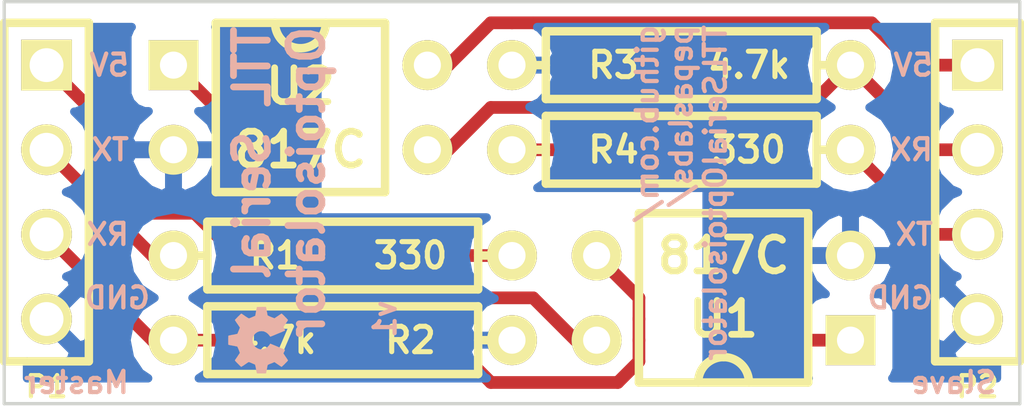
<source format=kicad_pcb>
(kicad_pcb (version 3) (host pcbnew "(2013-07-07 BZR 4022)-stable")

  (general
    (links 14)
    (no_connects 0)
    (area 129.3114 63.754 162.306001 76.327)
    (thickness 1.6)
    (drawings 17)
    (tracks 46)
    (zones 0)
    (modules 9)
    (nets 11)
  )

  (page A3)
  (layers
    (15 F.Cu signal)
    (0 B.Cu signal)
    (16 B.Adhes user)
    (17 F.Adhes user)
    (18 B.Paste user)
    (19 F.Paste user)
    (20 B.SilkS user)
    (21 F.SilkS user)
    (22 B.Mask user)
    (23 F.Mask user)
    (24 Dwgs.User user)
    (25 Cmts.User user)
    (26 Eco1.User user)
    (27 Eco2.User user)
    (28 Edge.Cuts user)
  )

  (setup
    (last_trace_width 0.254)
    (user_trace_width 0.381)
    (user_trace_width 0.508)
    (trace_clearance 0.254)
    (zone_clearance 0.508)
    (zone_45_only no)
    (trace_min 0.254)
    (segment_width 0.2)
    (edge_width 0.1)
    (via_size 0.889)
    (via_drill 0.635)
    (via_min_size 0.889)
    (via_min_drill 0.508)
    (uvia_size 0.508)
    (uvia_drill 0.127)
    (uvias_allowed no)
    (uvia_min_size 0.508)
    (uvia_min_drill 0.127)
    (pcb_text_width 0.3)
    (pcb_text_size 1.5 1.5)
    (mod_edge_width 0.15)
    (mod_text_size 1 1)
    (mod_text_width 0.15)
    (pad_size 1.5 1.5)
    (pad_drill 0.6)
    (pad_to_mask_clearance 0)
    (aux_axis_origin 0 0)
    (visible_elements 7FFFFFFF)
    (pcbplotparams
      (layerselection 284196865)
      (usegerberextensions true)
      (excludeedgelayer true)
      (linewidth 0.150000)
      (plotframeref false)
      (viasonmask false)
      (mode 1)
      (useauxorigin false)
      (hpglpennumber 1)
      (hpglpenspeed 20)
      (hpglpendiameter 15)
      (hpglpenoverlay 2)
      (psnegative false)
      (psa4output false)
      (plotreference true)
      (plotvalue true)
      (plotothertext true)
      (plotinvisibletext false)
      (padsonsilk false)
      (subtractmaskfromsilk false)
      (outputformat 1)
      (mirror false)
      (drillshape 0)
      (scaleselection 1)
      (outputdirectory gerbers/))
  )

  (net 0 "")
  (net 1 5Va)
  (net 2 5Vb)
  (net 3 GNDa)
  (net 4 GNDb)
  (net 5 N-0000010)
  (net 6 N-000003)
  (net 7 RXa)
  (net 8 RXb)
  (net 9 TXa)
  (net 10 TXb)

  (net_class Default "This is the default net class."
    (clearance 0.254)
    (trace_width 0.254)
    (via_dia 0.889)
    (via_drill 0.635)
    (uvia_dia 0.508)
    (uvia_drill 0.127)
    (add_net "")
    (add_net 5Va)
    (add_net 5Vb)
    (add_net GNDa)
    (add_net GNDb)
    (add_net N-0000010)
    (add_net N-000003)
    (add_net RXa)
    (add_net RXb)
    (add_net TXa)
    (add_net TXb)
  )

  (module R_AXIAL_0W25_059A_PL (layer F.Cu) (tedit 53A245D9) (tstamp 5529CF41)
    (at 136.525 71.755)
    (descr "Resistor Axial 1/4W 0.4\"")
    (tags R)
    (path /5529585F)
    (autoplace_cost180 10)
    (fp_text reference R1 (at 3.048 0) (layer F.SilkS)
      (effects (font (size 0.762 0.762) (thickness 0.1524)))
    )
    (fp_text value 330 (at 7.112 0) (layer F.SilkS)
      (effects (font (size 0.762 0.762) (thickness 0.1524)))
    )
    (fp_line (start 0 0) (end 1.016 0) (layer F.SilkS) (width 0.254))
    (fp_line (start 1.016 0) (end 1.016 -1.016) (layer F.SilkS) (width 0.254))
    (fp_line (start 1.016 -1.016) (end 9.144 -1.016) (layer F.SilkS) (width 0.254))
    (fp_line (start 9.144 -1.016) (end 9.144 1.016) (layer F.SilkS) (width 0.254))
    (fp_line (start 9.144 1.016) (end 1.016 1.016) (layer F.SilkS) (width 0.254))
    (fp_line (start 1.016 1.016) (end 1.016 0) (layer F.SilkS) (width 0.254))
    (fp_line (start 10.16 0) (end 9.144 0) (layer F.SilkS) (width 0.254))
    (pad 1 thru_hole oval (at 0 0) (size 1.4986 1.4986) (drill 0.8128)
      (layers *.Cu *.Mask F.SilkS)
      (net 9 TXa)
    )
    (pad 2 thru_hole oval (at 10.16 0) (size 1.4986 1.4986) (drill 0.8128)
      (layers *.Cu *.Mask F.SilkS)
      (net 5 N-0000010)
    )
    (model discret/resistor.wrl
      (at (xyz 0 0 0))
      (scale (xyz 0.4 0.4 0.4))
      (rotate (xyz 0 0 0))
    )
  )

  (module R_AXIAL_0W25_059A_PL (layer F.Cu) (tedit 53A245D9) (tstamp 552967E5)
    (at 146.685 68.58)
    (descr "Resistor Axial 1/4W 0.4\"")
    (tags R)
    (path /552958D6)
    (autoplace_cost180 10)
    (fp_text reference R4 (at 3.048 0) (layer F.SilkS)
      (effects (font (size 0.762 0.762) (thickness 0.1524)))
    )
    (fp_text value 330 (at 7.112 0) (layer F.SilkS)
      (effects (font (size 0.762 0.762) (thickness 0.1524)))
    )
    (fp_line (start 0 0) (end 1.016 0) (layer F.SilkS) (width 0.254))
    (fp_line (start 1.016 0) (end 1.016 -1.016) (layer F.SilkS) (width 0.254))
    (fp_line (start 1.016 -1.016) (end 9.144 -1.016) (layer F.SilkS) (width 0.254))
    (fp_line (start 9.144 -1.016) (end 9.144 1.016) (layer F.SilkS) (width 0.254))
    (fp_line (start 9.144 1.016) (end 1.016 1.016) (layer F.SilkS) (width 0.254))
    (fp_line (start 1.016 1.016) (end 1.016 0) (layer F.SilkS) (width 0.254))
    (fp_line (start 10.16 0) (end 9.144 0) (layer F.SilkS) (width 0.254))
    (pad 1 thru_hole oval (at 0 0) (size 1.4986 1.4986) (drill 0.8128)
      (layers *.Cu *.Mask F.SilkS)
      (net 6 N-000003)
    )
    (pad 2 thru_hole oval (at 10.16 0) (size 1.4986 1.4986) (drill 0.8128)
      (layers *.Cu *.Mask F.SilkS)
      (net 10 TXb)
    )
    (model discret/resistor.wrl
      (at (xyz 0 0 0))
      (scale (xyz 0.4 0.4 0.4))
      (rotate (xyz 0 0 0))
    )
  )

  (module R_AXIAL_0W25_059A_PL (layer F.Cu) (tedit 53A245D9) (tstamp 552967F2)
    (at 146.685 74.295 180)
    (descr "Resistor Axial 1/4W 0.4\"")
    (tags R)
    (path /55295938)
    (autoplace_cost180 10)
    (fp_text reference R2 (at 3.048 0 180) (layer F.SilkS)
      (effects (font (size 0.762 0.762) (thickness 0.1524)))
    )
    (fp_text value 4.7k (at 7.112 0 180) (layer F.SilkS)
      (effects (font (size 0.762 0.762) (thickness 0.1524)))
    )
    (fp_line (start 0 0) (end 1.016 0) (layer F.SilkS) (width 0.254))
    (fp_line (start 1.016 0) (end 1.016 -1.016) (layer F.SilkS) (width 0.254))
    (fp_line (start 1.016 -1.016) (end 9.144 -1.016) (layer F.SilkS) (width 0.254))
    (fp_line (start 9.144 -1.016) (end 9.144 1.016) (layer F.SilkS) (width 0.254))
    (fp_line (start 9.144 1.016) (end 1.016 1.016) (layer F.SilkS) (width 0.254))
    (fp_line (start 1.016 1.016) (end 1.016 0) (layer F.SilkS) (width 0.254))
    (fp_line (start 10.16 0) (end 9.144 0) (layer F.SilkS) (width 0.254))
    (pad 1 thru_hole oval (at 0 0 180) (size 1.4986 1.4986) (drill 0.8128)
      (layers *.Cu *.Mask F.SilkS)
      (net 3 GNDa)
    )
    (pad 2 thru_hole oval (at 10.16 0 180) (size 1.4986 1.4986) (drill 0.8128)
      (layers *.Cu *.Mask F.SilkS)
      (net 7 RXa)
    )
    (model discret/resistor.wrl
      (at (xyz 0 0 0))
      (scale (xyz 0.4 0.4 0.4))
      (rotate (xyz 0 0 0))
    )
  )

  (module R_AXIAL_0W25_059A_PL (layer F.Cu) (tedit 53A245D9) (tstamp 552967FF)
    (at 146.685 66.04)
    (descr "Resistor Axial 1/4W 0.4\"")
    (tags R)
    (path /552959CF)
    (autoplace_cost180 10)
    (fp_text reference R3 (at 3.048 0) (layer F.SilkS)
      (effects (font (size 0.762 0.762) (thickness 0.1524)))
    )
    (fp_text value 4.7k (at 7.112 0) (layer F.SilkS)
      (effects (font (size 0.762 0.762) (thickness 0.1524)))
    )
    (fp_line (start 0 0) (end 1.016 0) (layer F.SilkS) (width 0.254))
    (fp_line (start 1.016 0) (end 1.016 -1.016) (layer F.SilkS) (width 0.254))
    (fp_line (start 1.016 -1.016) (end 9.144 -1.016) (layer F.SilkS) (width 0.254))
    (fp_line (start 9.144 -1.016) (end 9.144 1.016) (layer F.SilkS) (width 0.254))
    (fp_line (start 9.144 1.016) (end 1.016 1.016) (layer F.SilkS) (width 0.254))
    (fp_line (start 1.016 1.016) (end 1.016 0) (layer F.SilkS) (width 0.254))
    (fp_line (start 10.16 0) (end 9.144 0) (layer F.SilkS) (width 0.254))
    (pad 1 thru_hole oval (at 0 0) (size 1.4986 1.4986) (drill 0.8128)
      (layers *.Cu *.Mask F.SilkS)
      (net 4 GNDb)
    )
    (pad 2 thru_hole oval (at 10.16 0) (size 1.4986 1.4986) (drill 0.8128)
      (layers *.Cu *.Mask F.SilkS)
      (net 8 RXb)
    )
    (model discret/resistor.wrl
      (at (xyz 0 0 0))
      (scale (xyz 0.4 0.4 0.4))
      (rotate (xyz 0 0 0))
    )
  )

  (module PIN_ARRAY_4x1 (layer F.Cu) (tedit 55297B0D) (tstamp 5529680B)
    (at 132.715 69.85 270)
    (descr "Double rangee de contacts 2 x 5 pins")
    (tags CONN)
    (path /552956C5)
    (fp_text reference P1 (at 5.842 0 360) (layer F.SilkS)
      (effects (font (size 0.635 0.635) (thickness 0.127)))
    )
    (fp_text value CONN_4 (at 0 2.54 270) (layer F.SilkS) hide
      (effects (font (size 1.016 1.016) (thickness 0.2032)))
    )
    (fp_line (start 5.08 1.27) (end -5.08 1.27) (layer F.SilkS) (width 0.254))
    (fp_line (start 5.08 -1.27) (end -5.08 -1.27) (layer F.SilkS) (width 0.254))
    (fp_line (start -5.08 -1.27) (end -5.08 1.27) (layer F.SilkS) (width 0.254))
    (fp_line (start 5.08 1.27) (end 5.08 -1.27) (layer F.SilkS) (width 0.254))
    (pad 1 thru_hole rect (at -3.81 0 270) (size 1.524 1.524) (drill 1.016)
      (layers *.Cu *.Mask F.SilkS)
      (net 1 5Va)
    )
    (pad 2 thru_hole circle (at -1.27 0 270) (size 1.524 1.524) (drill 1.016)
      (layers *.Cu *.Mask F.SilkS)
      (net 9 TXa)
    )
    (pad 3 thru_hole circle (at 1.27 0 270) (size 1.524 1.524) (drill 1.016)
      (layers *.Cu *.Mask F.SilkS)
      (net 7 RXa)
    )
    (pad 4 thru_hole circle (at 3.81 0 270) (size 1.524 1.524) (drill 1.016)
      (layers *.Cu *.Mask F.SilkS)
      (net 3 GNDa)
    )
    (model pin_array\pins_array_4x1.wrl
      (at (xyz 0 0 0))
      (scale (xyz 1 1 1))
      (rotate (xyz 0 0 0))
    )
  )

  (module PIN_ARRAY_4x1 (layer F.Cu) (tedit 55297B05) (tstamp 55296817)
    (at 160.655 69.85 270)
    (descr "Double rangee de contacts 2 x 5 pins")
    (tags CONN)
    (path /552958B7)
    (fp_text reference P2 (at 5.842 0 360) (layer F.SilkS)
      (effects (font (size 0.635 0.635) (thickness 0.127)))
    )
    (fp_text value CONN_4 (at 0 2.54 270) (layer F.SilkS) hide
      (effects (font (size 1.016 1.016) (thickness 0.2032)))
    )
    (fp_line (start 5.08 1.27) (end -5.08 1.27) (layer F.SilkS) (width 0.254))
    (fp_line (start 5.08 -1.27) (end -5.08 -1.27) (layer F.SilkS) (width 0.254))
    (fp_line (start -5.08 -1.27) (end -5.08 1.27) (layer F.SilkS) (width 0.254))
    (fp_line (start 5.08 1.27) (end 5.08 -1.27) (layer F.SilkS) (width 0.254))
    (pad 1 thru_hole rect (at -3.81 0 270) (size 1.524 1.524) (drill 1.016)
      (layers *.Cu *.Mask F.SilkS)
      (net 2 5Vb)
    )
    (pad 2 thru_hole circle (at -1.27 0 270) (size 1.524 1.524) (drill 1.016)
      (layers *.Cu *.Mask F.SilkS)
      (net 8 RXb)
    )
    (pad 3 thru_hole circle (at 1.27 0 270) (size 1.524 1.524) (drill 1.016)
      (layers *.Cu *.Mask F.SilkS)
      (net 10 TXb)
    )
    (pad 4 thru_hole circle (at 3.81 0 270) (size 1.524 1.524) (drill 1.016)
      (layers *.Cu *.Mask F.SilkS)
      (net 4 GNDb)
    )
    (model pin_array\pins_array_4x1.wrl
      (at (xyz 0 0 0))
      (scale (xyz 1 1 1))
      (rotate (xyz 0 0 0))
    )
  )

  (module DIP4_059A_PL (layer F.Cu) (tedit 55296878) (tstamp 55296825)
    (at 140.335 67.31 270)
    (descr "4-lead DIP package")
    (tags DIP)
    (path /552955FE)
    (fp_text reference U2 (at -0.635 0 360) (layer F.SilkS)
      (effects (font (size 1.016 1.016) (thickness 0.2032)))
    )
    (fp_text value 817C (at 1.27 0 360) (layer F.SilkS)
      (effects (font (size 1.016 1.016) (thickness 0.2032)))
    )
    (fp_arc (start -2.54 0) (end -2.54 -0.762) (angle 90) (layer F.SilkS) (width 0.254))
    (fp_arc (start -2.54 0) (end -1.778 0) (angle 90) (layer F.SilkS) (width 0.254))
    (fp_line (start -2.54 -2.54) (end 2.54 -2.54) (layer F.SilkS) (width 0.254))
    (fp_line (start 2.54 -2.54) (end 2.54 2.54) (layer F.SilkS) (width 0.254))
    (fp_line (start 2.54 2.54) (end -2.54 2.54) (layer F.SilkS) (width 0.254))
    (fp_line (start -2.54 2.54) (end -2.54 -2.54) (layer F.SilkS) (width 0.254))
    (pad 1 thru_hole rect (at -1.27 3.81 270) (size 1.4986 1.4986) (drill 0.8128)
      (layers *.Cu *.Mask F.SilkS)
      (net 5 N-0000010)
    )
    (pad 2 thru_hole oval (at 1.27 3.81 270) (size 1.4986 1.4986) (drill 0.8128)
      (layers *.Cu *.Mask F.SilkS)
      (net 3 GNDa)
    )
    (pad 3 thru_hole oval (at 1.27 -3.81 270) (size 1.4986 1.4986) (drill 0.8128)
      (layers *.Cu *.Mask F.SilkS)
      (net 8 RXb)
    )
    (pad 4 thru_hole oval (at -1.27 -3.81 270) (size 1.4986 1.4986) (drill 0.8128)
      (layers *.Cu *.Mask F.SilkS)
      (net 2 5Vb)
    )
    (model dil/dil_8.wrl
      (at (xyz 0 0 0))
      (scale (xyz 1 1 1))
      (rotate (xyz 0 0 0))
    )
  )

  (module DIP4_059A_PL (layer F.Cu) (tedit 55296891) (tstamp 55296833)
    (at 153.035 73.025 90)
    (descr "4-lead DIP package")
    (tags DIP)
    (path /5529567E)
    (fp_text reference U1 (at -0.635 0 180) (layer F.SilkS)
      (effects (font (size 1.016 1.016) (thickness 0.2032)))
    )
    (fp_text value 817C (at 1.27 0 180) (layer F.SilkS)
      (effects (font (size 1.016 1.016) (thickness 0.2032)))
    )
    (fp_arc (start -2.54 0) (end -2.54 -0.762) (angle 90) (layer F.SilkS) (width 0.254))
    (fp_arc (start -2.54 0) (end -1.778 0) (angle 90) (layer F.SilkS) (width 0.254))
    (fp_line (start -2.54 -2.54) (end 2.54 -2.54) (layer F.SilkS) (width 0.254))
    (fp_line (start 2.54 -2.54) (end 2.54 2.54) (layer F.SilkS) (width 0.254))
    (fp_line (start 2.54 2.54) (end -2.54 2.54) (layer F.SilkS) (width 0.254))
    (fp_line (start -2.54 2.54) (end -2.54 -2.54) (layer F.SilkS) (width 0.254))
    (pad 1 thru_hole rect (at -1.27 3.81 90) (size 1.4986 1.4986) (drill 0.8128)
      (layers *.Cu *.Mask F.SilkS)
      (net 6 N-000003)
    )
    (pad 2 thru_hole oval (at 1.27 3.81 90) (size 1.4986 1.4986) (drill 0.8128)
      (layers *.Cu *.Mask F.SilkS)
      (net 4 GNDb)
    )
    (pad 3 thru_hole oval (at 1.27 -3.81 90) (size 1.4986 1.4986) (drill 0.8128)
      (layers *.Cu *.Mask F.SilkS)
      (net 7 RXa)
    )
    (pad 4 thru_hole oval (at -1.27 -3.81 90) (size 1.4986 1.4986) (drill 0.8128)
      (layers *.Cu *.Mask F.SilkS)
      (net 1 5Va)
    )
    (model dil/dil_8.wrl
      (at (xyz 0 0 0))
      (scale (xyz 1 1 1))
      (rotate (xyz 0 0 0))
    )
  )

  (module OSHW-logo_silkscreen-back_2mm (layer F.Cu) (tedit 0) (tstamp 552A2EF2)
    (at 139.065 74.295 90)
    (fp_text reference G*** (at 0 1.05918 90) (layer B.SilkS) hide
      (effects (font (size 0.0889 0.0889) (thickness 0.01778)))
    )
    (fp_text value OSHW-logo_silkscreen-back_2mm (at 0 -1.05918 90) (layer B.SilkS) hide
      (effects (font (size 0.0889 0.0889) (thickness 0.01778)))
    )
    (fp_poly (pts (xy 0.60452 0.89662) (xy 0.59436 0.89154) (xy 0.5715 0.8763) (xy 0.53848 0.85598)
      (xy 0.49784 0.82804) (xy 0.45974 0.80264) (xy 0.42672 0.77978) (xy 0.40386 0.76454)
      (xy 0.3937 0.75946) (xy 0.38862 0.762) (xy 0.37084 0.77216) (xy 0.3429 0.78486)
      (xy 0.32766 0.79248) (xy 0.30226 0.80518) (xy 0.28956 0.80772) (xy 0.28702 0.80264)
      (xy 0.27686 0.78486) (xy 0.26416 0.75184) (xy 0.24384 0.70866) (xy 0.22352 0.65786)
      (xy 0.20066 0.60198) (xy 0.1778 0.5461) (xy 0.15494 0.49276) (xy 0.13462 0.4445)
      (xy 0.11938 0.4064) (xy 0.10922 0.37846) (xy 0.10414 0.3683) (xy 0.10668 0.36576)
      (xy 0.11938 0.35306) (xy 0.1397 0.33782) (xy 0.18796 0.29718) (xy 0.23368 0.23876)
      (xy 0.26416 0.17272) (xy 0.27178 0.09906) (xy 0.26416 0.03302) (xy 0.23876 -0.03048)
      (xy 0.19304 -0.09144) (xy 0.13716 -0.13462) (xy 0.07112 -0.16256) (xy 0 -0.17018)
      (xy -0.06858 -0.16256) (xy -0.13462 -0.13716) (xy -0.19558 -0.09144) (xy -0.21844 -0.0635)
      (xy -0.254 -0.00254) (xy -0.27432 0.05842) (xy -0.27432 0.07366) (xy -0.27178 0.14478)
      (xy -0.25146 0.21336) (xy -0.2159 0.27178) (xy -0.16256 0.32258) (xy -0.15748 0.32766)
      (xy -0.13208 0.34544) (xy -0.11684 0.3556) (xy -0.10414 0.36576) (xy -0.19304 0.58166)
      (xy -0.20828 0.61722) (xy -0.23368 0.67564) (xy -0.254 0.72644) (xy -0.27178 0.76708)
      (xy -0.28448 0.79248) (xy -0.28956 0.80518) (xy -0.28956 0.80518) (xy -0.29718 0.80518)
      (xy -0.31242 0.8001) (xy -0.3429 0.78486) (xy -0.36322 0.7747) (xy -0.38608 0.76454)
      (xy -0.39624 0.75946) (xy -0.4064 0.76454) (xy -0.42672 0.77978) (xy -0.45974 0.8001)
      (xy -0.49784 0.8255) (xy -0.5334 0.8509) (xy -0.56896 0.87376) (xy -0.59182 0.889)
      (xy -0.60452 0.89662) (xy -0.60706 0.89662) (xy -0.61722 0.889) (xy -0.63754 0.87376)
      (xy -0.66548 0.84582) (xy -0.70612 0.80518) (xy -0.71374 0.8001) (xy -0.74676 0.76454)
      (xy -0.7747 0.73406) (xy -0.79502 0.71374) (xy -0.8001 0.70612) (xy -0.8001 0.70612)
      (xy -0.79502 0.69342) (xy -0.77978 0.66802) (xy -0.75692 0.635) (xy -0.72898 0.59436)
      (xy -0.65786 0.49022) (xy -0.6985 0.3937) (xy -0.70866 0.36322) (xy -0.7239 0.32766)
      (xy -0.7366 0.30226) (xy -0.74168 0.28956) (xy -0.75184 0.28702) (xy -0.77978 0.2794)
      (xy -0.81788 0.27178) (xy -0.8636 0.26416) (xy -0.90932 0.254) (xy -0.94742 0.24638)
      (xy -0.9779 0.2413) (xy -0.9906 0.23876) (xy -0.99314 0.23622) (xy -0.99568 0.23114)
      (xy -0.99822 0.21844) (xy -0.99822 0.19304) (xy -0.99822 0.15494) (xy -0.99822 0.09906)
      (xy -0.99822 0.09398) (xy -0.99822 0.04064) (xy -0.99822 0) (xy -0.99568 -0.0254)
      (xy -0.99314 -0.03556) (xy -0.99314 -0.03556) (xy -0.98044 -0.04064) (xy -0.9525 -0.04572)
      (xy -0.9144 -0.05334) (xy -0.86614 -0.0635) (xy -0.8636 -0.0635) (xy -0.81534 -0.07112)
      (xy -0.77724 -0.08128) (xy -0.7493 -0.08636) (xy -0.7366 -0.09144) (xy -0.73406 -0.09398)
      (xy -0.7239 -0.11176) (xy -0.7112 -0.14224) (xy -0.69596 -0.1778) (xy -0.68072 -0.21336)
      (xy -0.66548 -0.24892) (xy -0.65786 -0.27178) (xy -0.65532 -0.28448) (xy -0.65532 -0.28448)
      (xy -0.66294 -0.29464) (xy -0.67818 -0.32004) (xy -0.70104 -0.35306) (xy -0.72898 -0.3937)
      (xy -0.73152 -0.39878) (xy -0.75946 -0.43688) (xy -0.77978 -0.47244) (xy -0.79502 -0.4953)
      (xy -0.8001 -0.50546) (xy -0.8001 -0.508) (xy -0.79248 -0.51816) (xy -0.77216 -0.54102)
      (xy -0.74168 -0.5715) (xy -0.70612 -0.60706) (xy -0.69596 -0.61722) (xy -0.65786 -0.65532)
      (xy -0.62992 -0.68072) (xy -0.61214 -0.69342) (xy -0.60452 -0.6985) (xy -0.60452 -0.69596)
      (xy -0.59182 -0.69088) (xy -0.56642 -0.6731) (xy -0.5334 -0.65024) (xy -0.49276 -0.6223)
      (xy -0.49022 -0.61976) (xy -0.44958 -0.59436) (xy -0.41656 -0.5715) (xy -0.3937 -0.55626)
      (xy -0.38354 -0.54864) (xy -0.381 -0.54864) (xy -0.36576 -0.55372) (xy -0.33528 -0.56388)
      (xy -0.30226 -0.57658) (xy -0.26416 -0.59182) (xy -0.23114 -0.60706) (xy -0.20574 -0.61722)
      (xy -0.19304 -0.62484) (xy -0.19304 -0.62484) (xy -0.18796 -0.64008) (xy -0.18288 -0.67056)
      (xy -0.17272 -0.7112) (xy -0.1651 -0.75946) (xy -0.16256 -0.76708) (xy -0.15494 -0.81534)
      (xy -0.14732 -0.85344) (xy -0.1397 -0.88138) (xy -0.13716 -0.89408) (xy -0.13208 -0.89408)
      (xy -0.10668 -0.89662) (xy -0.07112 -0.89662) (xy -0.02794 -0.89662) (xy 0.01524 -0.89662)
      (xy 0.05842 -0.89662) (xy 0.09652 -0.89408) (xy 0.12192 -0.89408) (xy 0.13462 -0.89154)
      (xy 0.13462 -0.889) (xy 0.1397 -0.8763) (xy 0.14478 -0.84582) (xy 0.15494 -0.80518)
      (xy 0.16256 -0.75438) (xy 0.1651 -0.74676) (xy 0.17272 -0.6985) (xy 0.18288 -0.6604)
      (xy 0.18796 -0.63246) (xy 0.1905 -0.6223) (xy 0.19558 -0.61976) (xy 0.21336 -0.61214)
      (xy 0.24638 -0.59944) (xy 0.28702 -0.58166) (xy 0.37846 -0.5461) (xy 0.49022 -0.6223)
      (xy 0.50038 -0.62992) (xy 0.54102 -0.65786) (xy 0.57404 -0.67818) (xy 0.5969 -0.69342)
      (xy 0.60706 -0.6985) (xy 0.60706 -0.6985) (xy 0.61722 -0.68834) (xy 0.64008 -0.66802)
      (xy 0.67056 -0.63754) (xy 0.70612 -0.60452) (xy 0.73152 -0.57658) (xy 0.762 -0.5461)
      (xy 0.78232 -0.52578) (xy 0.79248 -0.51054) (xy 0.79756 -0.50292) (xy 0.79502 -0.49784)
      (xy 0.78994 -0.48514) (xy 0.77216 -0.46228) (xy 0.7493 -0.42672) (xy 0.72136 -0.38862)
      (xy 0.6985 -0.35306) (xy 0.67564 -0.3175) (xy 0.6604 -0.28956) (xy 0.65278 -0.27686)
      (xy 0.65532 -0.27178) (xy 0.66294 -0.24892) (xy 0.67564 -0.2159) (xy 0.69342 -0.17526)
      (xy 0.73152 -0.08636) (xy 0.78994 -0.0762) (xy 0.8255 -0.06858) (xy 0.8763 -0.06096)
      (xy 0.92202 -0.0508) (xy 0.99568 -0.03556) (xy 0.99822 0.23114) (xy 0.98806 0.23622)
      (xy 0.97536 0.2413) (xy 0.94996 0.24638) (xy 0.90932 0.254) (xy 0.8636 0.26162)
      (xy 0.8255 0.26924) (xy 0.78486 0.27686) (xy 0.75692 0.28194) (xy 0.74422 0.28448)
      (xy 0.74168 0.28956) (xy 0.73152 0.30988) (xy 0.71628 0.34036) (xy 0.70104 0.37592)
      (xy 0.6858 0.41402) (xy 0.6731 0.44958) (xy 0.66294 0.47498) (xy 0.65786 0.49022)
      (xy 0.66294 0.50038) (xy 0.67818 0.52324) (xy 0.70104 0.55626) (xy 0.72644 0.59436)
      (xy 0.75438 0.635) (xy 0.77724 0.66802) (xy 0.79248 0.69342) (xy 0.8001 0.70358)
      (xy 0.79502 0.7112) (xy 0.77978 0.72898) (xy 0.75184 0.75946) (xy 0.70612 0.80518)
      (xy 0.6985 0.81026) (xy 0.66548 0.84582) (xy 0.635 0.87122) (xy 0.61468 0.89154)
      (xy 0.60452 0.89662)) (layer B.SilkS) (width 0.00254))
  )

  (gr_text Slave (at 161.29 75.565) (layer B.SilkS)
    (effects (font (size 0.635 0.635) (thickness 0.127)) (justify left mirror))
  )
  (gr_text Master (at 135.255 75.565) (layer B.SilkS)
    (effects (font (size 0.635 0.635) (thickness 0.127)) (justify left mirror))
  )
  (gr_text GND (at 159.385 73.025) (layer B.SilkS)
    (effects (font (size 0.635 0.635) (thickness 0.127)) (justify left mirror))
  )
  (gr_text RX (at 159.385 68.58) (layer B.SilkS)
    (effects (font (size 0.635 0.635) (thickness 0.127)) (justify left mirror))
  )
  (gr_text TX (at 159.385 71.12) (layer B.SilkS)
    (effects (font (size 0.635 0.635) (thickness 0.127)) (justify left mirror))
  )
  (gr_text 5V (at 159.385 66.04) (layer B.SilkS)
    (effects (font (size 0.635 0.635) (thickness 0.127)) (justify left mirror))
  )
  (gr_text GND (at 135.89 73.025) (layer B.SilkS)
    (effects (font (size 0.635 0.635) (thickness 0.127)) (justify left mirror))
  )
  (gr_text RX (at 135.255 71.12) (layer B.SilkS)
    (effects (font (size 0.635 0.635) (thickness 0.127)) (justify left mirror))
  )
  (gr_text TX (at 135.255 68.58) (layer B.SilkS)
    (effects (font (size 0.635 0.635) (thickness 0.127)) (justify left mirror))
  )
  (gr_text 5V (at 135.255 66.04) (layer B.SilkS)
    (effects (font (size 0.635 0.635) (thickness 0.127)) (justify left mirror))
  )
  (gr_text v1 (at 142.875 73.66 90) (layer B.SilkS)
    (effects (font (size 0.635 0.635) (thickness 0.127)) (justify mirror))
  )
  (gr_text "TTL Serial\nOptoisolator" (at 139.7 64.77 90) (layer B.SilkS)
    (effects (font (size 1.016 1.016) (thickness 0.2032)) (justify left mirror))
  )
  (gr_text "github.com/\npepaslabs/\nTTLSerialOptoisolator" (at 151.765 64.77 90) (layer B.SilkS)
    (effects (font (size 0.635 0.635) (thickness 0.127)) (justify left mirror))
  )
  (gr_line (start 131.445 64.135) (end 161.925 64.135) (angle 90) (layer Edge.Cuts) (width 0.1))
  (gr_line (start 131.445 76.2) (end 131.445 64.135) (angle 90) (layer Edge.Cuts) (width 0.1))
  (gr_line (start 161.925 76.2) (end 131.445 76.2) (angle 90) (layer Edge.Cuts) (width 0.1))
  (gr_line (start 161.925 64.135) (end 161.925 76.2) (angle 90) (layer Edge.Cuts) (width 0.1))

  (segment (start 132.715 66.04) (end 134.62 67.945) (width 0.381) (layer F.Cu) (net 1))
  (segment (start 147.32 73.025) (end 148.59 74.295) (width 0.381) (layer F.Cu) (net 1) (tstamp 5529CEB8))
  (segment (start 146.05 73.025) (end 147.32 73.025) (width 0.381) (layer F.Cu) (net 1) (tstamp 5529CEB7))
  (segment (start 143.51 73.025) (end 146.05 73.025) (width 0.381) (layer F.Cu) (net 1) (tstamp 5529CF9B))
  (segment (start 139.7 73.025) (end 143.51 73.025) (width 0.381) (layer F.Cu) (net 1) (tstamp 552A3028))
  (segment (start 137.16 70.485) (end 139.7 73.025) (width 0.381) (layer F.Cu) (net 1) (tstamp 552A3027))
  (segment (start 135.89 70.485) (end 137.16 70.485) (width 0.381) (layer F.Cu) (net 1) (tstamp 552A3026))
  (segment (start 134.62 69.215) (end 135.89 70.485) (width 0.381) (layer F.Cu) (net 1) (tstamp 552A3025))
  (segment (start 134.62 67.945) (end 134.62 69.215) (width 0.381) (layer F.Cu) (net 1) (tstamp 552A3024))
  (segment (start 146.685 64.77) (end 146.05 64.77) (width 0.381) (layer F.Cu) (net 2))
  (segment (start 147.32 64.77) (end 146.685 64.77) (width 0.381) (layer F.Cu) (net 2) (tstamp 5529CFAE))
  (segment (start 157.48 64.77) (end 147.32 64.77) (width 0.381) (layer F.Cu) (net 2) (tstamp 5529CFAD))
  (segment (start 158.75 66.04) (end 157.48 64.77) (width 0.381) (layer F.Cu) (net 2) (tstamp 5529CFAC))
  (segment (start 160.655 66.04) (end 158.75 66.04) (width 0.381) (layer F.Cu) (net 2))
  (segment (start 144.78 66.04) (end 144.145 66.04) (width 0.381) (layer F.Cu) (net 2) (tstamp 552A2FF8))
  (segment (start 146.05 64.77) (end 144.78 66.04) (width 0.381) (layer F.Cu) (net 2) (tstamp 552A2FF7))
  (segment (start 136.525 66.04) (end 138.43 67.945) (width 0.381) (layer F.Cu) (net 5))
  (segment (start 144.145 71.755) (end 146.05 71.755) (width 0.381) (layer F.Cu) (net 5) (tstamp 5529CF94))
  (segment (start 140.335 71.755) (end 144.145 71.755) (width 0.381) (layer F.Cu) (net 5) (tstamp 552A302E))
  (segment (start 138.43 69.85) (end 140.335 71.755) (width 0.381) (layer F.Cu) (net 5) (tstamp 552A302C))
  (segment (start 138.43 67.945) (end 138.43 69.85) (width 0.381) (layer F.Cu) (net 5) (tstamp 552A302B))
  (segment (start 156.845 74.295) (end 155.575 74.295) (width 0.381) (layer F.Cu) (net 6))
  (segment (start 153.035 68.58) (end 146.685 68.58) (width 0.381) (layer F.Cu) (net 6) (tstamp 552A2FF1))
  (segment (start 154.94 70.485) (end 153.035 68.58) (width 0.381) (layer F.Cu) (net 6) (tstamp 552A2FF0))
  (segment (start 154.94 73.66) (end 154.94 70.485) (width 0.381) (layer F.Cu) (net 6) (tstamp 552A2FEF))
  (segment (start 155.575 74.295) (end 154.94 73.66) (width 0.381) (layer F.Cu) (net 6) (tstamp 552A2FEE))
  (segment (start 132.715 71.12) (end 135.89 74.295) (width 0.381) (layer F.Cu) (net 7))
  (segment (start 135.89 74.295) (end 136.525 74.295) (width 0.381) (layer F.Cu) (net 7) (tstamp 552A3018))
  (segment (start 136.525 74.295) (end 144.78 74.295) (width 0.381) (layer F.Cu) (net 7))
  (segment (start 150.495 73.025) (end 149.225 71.755) (width 0.381) (layer F.Cu) (net 7) (tstamp 552A3014))
  (segment (start 150.495 73.66) (end 150.495 73.025) (width 0.381) (layer F.Cu) (net 7) (tstamp 552A3013))
  (segment (start 150.495 74.295) (end 150.495 73.66) (width 0.381) (layer F.Cu) (net 7) (tstamp 552A3012))
  (segment (start 150.495 74.93) (end 150.495 74.295) (width 0.381) (layer F.Cu) (net 7) (tstamp 552A3011))
  (segment (start 149.86 75.565) (end 150.495 74.93) (width 0.381) (layer F.Cu) (net 7) (tstamp 552A3010))
  (segment (start 146.05 75.565) (end 149.86 75.565) (width 0.381) (layer F.Cu) (net 7) (tstamp 552A300F))
  (segment (start 144.78 74.295) (end 146.05 75.565) (width 0.381) (layer F.Cu) (net 7) (tstamp 552A300E))
  (segment (start 152.4 67.31) (end 155.575 67.31) (width 0.381) (layer F.Cu) (net 8))
  (segment (start 146.05 67.31) (end 152.4 67.31) (width 0.381) (layer F.Cu) (net 8) (tstamp 5529CFB7))
  (segment (start 144.78 68.58) (end 146.05 67.31) (width 0.381) (layer F.Cu) (net 8))
  (segment (start 155.575 67.31) (end 156.845 66.04) (width 0.381) (layer F.Cu) (net 8) (tstamp 552A2FDF))
  (segment (start 160.655 68.58) (end 159.385 68.58) (width 0.381) (layer F.Cu) (net 8))
  (segment (start 159.385 68.58) (end 156.845 66.04) (width 0.381) (layer F.Cu) (net 8) (tstamp 552A2FDB))
  (segment (start 132.715 68.58) (end 135.89 71.755) (width 0.381) (layer F.Cu) (net 9))
  (segment (start 135.89 71.755) (end 136.525 71.755) (width 0.381) (layer F.Cu) (net 9) (tstamp 552A301C))
  (segment (start 160.655 71.12) (end 159.385 71.12) (width 0.381) (layer F.Cu) (net 10))
  (segment (start 159.385 71.12) (end 156.845 68.58) (width 0.381) (layer F.Cu) (net 10) (tstamp 552A2FE4))

  (zone (net 3) (net_name GNDa) (layer B.Cu) (tstamp 5529CF1C) (hatch edge 0.508)
    (connect_pads (clearance 0.508))
    (min_thickness 0.254)
    (fill (arc_segments 16) (thermal_gap 0.508) (thermal_bridge_width 0.508))
    (polygon
      (pts
        (xy 151.13 75.565) (xy 131.445 75.565) (xy 131.445 64.77) (xy 140.97 64.77) (xy 140.97 70.485)
        (xy 151.13 70.485)
      )
    )
    (filled_polygon
      (pts
        (xy 146.832 74.422) (xy 146.812 74.422) (xy 146.812 74.442) (xy 146.558 74.442) (xy 146.558 74.422)
        (xy 145.466049 74.422) (xy 145.343376 74.636075) (xy 145.495144 75.002501) (xy 145.856465 75.403984) (xy 145.927736 75.438)
        (xy 137.285296 75.438) (xy 137.530968 75.273848) (xy 137.831046 74.824749) (xy 137.93642 74.295) (xy 137.831046 73.765251)
        (xy 137.530968 73.316152) (xy 137.095227 73.025) (xy 137.530968 72.733848) (xy 137.831046 72.284749) (xy 137.93642 71.755)
        (xy 137.866634 71.404163) (xy 137.866634 68.921077) (xy 137.744722 68.707) (xy 136.652 68.707) (xy 136.652 69.798951)
        (xy 136.866075 69.921624) (xy 137.232501 69.769856) (xy 137.633984 69.408535) (xy 137.866634 68.921077) (xy 137.866634 71.404163)
        (xy 137.831046 71.225251) (xy 137.530968 70.776152) (xy 137.081869 70.476074) (xy 136.55212 70.3707) (xy 136.49788 70.3707)
        (xy 136.398 70.390567) (xy 136.398 69.798951) (xy 136.398 68.707) (xy 135.305278 68.707) (xy 135.183366 68.921077)
        (xy 135.416016 69.408535) (xy 135.817499 69.769856) (xy 136.183925 69.921624) (xy 136.398 69.798951) (xy 136.398 70.390567)
        (xy 135.968131 70.476074) (xy 135.519032 70.776152) (xy 135.218954 71.225251) (xy 135.11358 71.755) (xy 135.218954 72.284749)
        (xy 135.519032 72.733848) (xy 135.954772 73.025) (xy 135.519032 73.316152) (xy 135.218954 73.765251) (xy 135.11358 74.295)
        (xy 135.218954 74.824749) (xy 135.519032 75.273848) (xy 135.764703 75.438) (xy 134.124143 75.438) (xy 134.124143 73.867696)
        (xy 134.09636 73.312631) (xy 133.937396 72.928858) (xy 133.695212 72.859393) (xy 132.894605 73.66) (xy 133.695212 74.460607)
        (xy 133.937396 74.391142) (xy 134.124143 73.867696) (xy 134.124143 75.438) (xy 132.13 75.438) (xy 132.13 74.934534)
        (xy 132.507304 75.069143) (xy 133.062369 75.04136) (xy 133.446142 74.882396) (xy 133.515607 74.640212) (xy 132.715 73.839605)
        (xy 132.700857 73.853747) (xy 132.521252 73.674142) (xy 132.535395 73.66) (xy 132.521252 73.645857) (xy 132.700857 73.466252)
        (xy 132.715 73.480395) (xy 133.515607 72.679788) (xy 133.446142 72.437604) (xy 133.305678 72.387491) (xy 133.505303 72.305009)
        (xy 133.898628 71.91237) (xy 134.111756 71.399099) (xy 134.112241 70.843339) (xy 133.900009 70.329697) (xy 133.50737 69.936372)
        (xy 133.299485 69.85005) (xy 133.505303 69.765009) (xy 133.898628 69.37237) (xy 134.111756 68.859099) (xy 134.112241 68.303339)
        (xy 133.900009 67.789697) (xy 133.548036 67.43711) (xy 133.602755 67.43711) (xy 133.836229 67.340641) (xy 134.015013 67.162168)
        (xy 134.111889 66.928864) (xy 134.11211 66.676245) (xy 134.11211 65.152245) (xy 134.015641 64.918771) (xy 133.993907 64.897)
        (xy 135.271277 64.897) (xy 135.237687 64.930532) (xy 135.140811 65.163836) (xy 135.14059 65.416455) (xy 135.14059 66.915055)
        (xy 135.237059 67.148529) (xy 135.415532 67.327313) (xy 135.648836 67.424189) (xy 135.779542 67.424303) (xy 135.416016 67.751465)
        (xy 135.183366 68.238923) (xy 135.305278 68.453) (xy 136.398 68.453) (xy 136.398 68.433) (xy 136.652 68.433)
        (xy 136.652 68.453) (xy 137.744722 68.453) (xy 137.866634 68.238923) (xy 137.633984 67.751465) (xy 137.270575 67.42441)
        (xy 137.400055 67.42441) (xy 137.633529 67.327941) (xy 137.812313 67.149468) (xy 137.909189 66.916164) (xy 137.90941 66.663545)
        (xy 137.90941 65.164945) (xy 137.812941 64.931471) (xy 137.778529 64.897) (xy 140.843 64.897) (xy 140.843 70.612)
        (xy 145.924703 70.612) (xy 145.679032 70.776152) (xy 145.378954 71.225251) (xy 145.27358 71.755) (xy 145.378954 72.284749)
        (xy 145.679032 72.733848) (xy 146.128131 73.033926) (xy 146.161304 73.040524) (xy 145.856465 73.186016) (xy 145.495144 73.587499)
        (xy 145.343376 73.953925) (xy 145.466049 74.168) (xy 146.558 74.168) (xy 146.558 74.148) (xy 146.812 74.148)
        (xy 146.812 74.168) (xy 146.832 74.168) (xy 146.832 74.422)
      )
    )
  )
  (zone (net 4) (net_name GNDb) (layer B.Cu) (tstamp 5529CF1E) (hatch edge 0.508)
    (connect_pads (clearance 0.508))
    (min_thickness 0.254)
    (fill (arc_segments 16) (thermal_gap 0.508) (thermal_bridge_width 0.508))
    (polygon
      (pts
        (xy 161.925 75.565) (xy 152.4 75.565) (xy 152.4 69.85) (xy 142.24 69.85) (xy 142.24 64.77)
        (xy 161.925 64.77)
      )
    )
    (filled_polygon
      (pts
        (xy 161.24 75.438) (xy 158.098722 75.438) (xy 158.132313 75.404468) (xy 158.229189 75.171164) (xy 158.22941 74.918545)
        (xy 158.22941 73.419945) (xy 158.132941 73.186471) (xy 157.954468 73.007687) (xy 157.721164 72.910811) (xy 157.590457 72.910696)
        (xy 157.953984 72.583535) (xy 158.186634 72.096077) (xy 158.186634 71.413923) (xy 157.953984 70.926465) (xy 157.552501 70.565144)
        (xy 157.186075 70.413376) (xy 156.972 70.536049) (xy 156.972 71.628) (xy 158.064722 71.628) (xy 158.186634 71.413923)
        (xy 158.186634 72.096077) (xy 158.064722 71.882) (xy 156.972 71.882) (xy 156.972 71.902) (xy 156.718 71.902)
        (xy 156.718 71.882) (xy 156.718 71.628) (xy 156.718 70.536049) (xy 156.503925 70.413376) (xy 156.137499 70.565144)
        (xy 155.736016 70.926465) (xy 155.503366 71.413923) (xy 155.625278 71.628) (xy 156.718 71.628) (xy 156.718 71.882)
        (xy 155.625278 71.882) (xy 155.503366 72.096077) (xy 155.736016 72.583535) (xy 156.099424 72.91059) (xy 155.969945 72.91059)
        (xy 155.736471 73.007059) (xy 155.557687 73.185532) (xy 155.460811 73.418836) (xy 155.46059 73.671455) (xy 155.46059 75.170055)
        (xy 155.557059 75.403529) (xy 155.59147 75.438) (xy 152.527 75.438) (xy 152.527 69.723) (xy 147.445296 69.723)
        (xy 147.690968 69.558848) (xy 147.991046 69.109749) (xy 148.09642 68.58) (xy 147.991046 68.050251) (xy 147.690968 67.601152)
        (xy 147.241869 67.301074) (xy 147.208695 67.294475) (xy 147.513535 67.148984) (xy 147.874856 66.747501) (xy 148.026624 66.381075)
        (xy 147.903951 66.167) (xy 146.812 66.167) (xy 146.812 66.187) (xy 146.558 66.187) (xy 146.558 66.167)
        (xy 146.538 66.167) (xy 146.538 65.913) (xy 146.558 65.913) (xy 146.558 65.893) (xy 146.812 65.893)
        (xy 146.812 65.913) (xy 147.903951 65.913) (xy 148.026624 65.698925) (xy 147.874856 65.332499) (xy 147.513535 64.931016)
        (xy 147.442263 64.897) (xy 156.084703 64.897) (xy 155.839032 65.061152) (xy 155.538954 65.510251) (xy 155.43358 66.04)
        (xy 155.538954 66.569749) (xy 155.839032 67.018848) (xy 156.274772 67.31) (xy 155.839032 67.601152) (xy 155.538954 68.050251)
        (xy 155.43358 68.58) (xy 155.538954 69.109749) (xy 155.839032 69.558848) (xy 156.288131 69.858926) (xy 156.81788 69.9643)
        (xy 156.87212 69.9643) (xy 157.401869 69.858926) (xy 157.850968 69.558848) (xy 158.151046 69.109749) (xy 158.25642 68.58)
        (xy 158.151046 68.050251) (xy 157.850968 67.601152) (xy 157.415227 67.31) (xy 157.850968 67.018848) (xy 158.151046 66.569749)
        (xy 158.25642 66.04) (xy 158.151046 65.510251) (xy 157.850968 65.061152) (xy 157.605296 64.897) (xy 159.375855 64.897)
        (xy 159.354987 64.917832) (xy 159.258111 65.151136) (xy 159.25789 65.403755) (xy 159.25789 66.927755) (xy 159.354359 67.161229)
        (xy 159.532832 67.340013) (xy 159.766136 67.436889) (xy 159.822676 67.436938) (xy 159.471372 67.78763) (xy 159.258244 68.300901)
        (xy 159.257759 68.856661) (xy 159.469991 69.370303) (xy 159.86263 69.763628) (xy 160.070514 69.849949) (xy 159.864697 69.934991)
        (xy 159.471372 70.32763) (xy 159.258244 70.840901) (xy 159.257759 71.396661) (xy 159.469991 71.910303) (xy 159.86263 72.303628)
        (xy 160.05473 72.383394) (xy 159.923858 72.437604) (xy 159.854393 72.679788) (xy 160.655 73.480395) (xy 160.669142 73.466252)
        (xy 160.848747 73.645857) (xy 160.834605 73.66) (xy 160.848747 73.674142) (xy 160.669142 73.853747) (xy 160.655 73.839605)
        (xy 160.475395 74.01921) (xy 160.475395 73.66) (xy 159.674788 72.859393) (xy 159.432604 72.928858) (xy 159.245857 73.452304)
        (xy 159.27364 74.007369) (xy 159.432604 74.391142) (xy 159.674788 74.460607) (xy 160.475395 73.66) (xy 160.475395 74.01921)
        (xy 159.854393 74.640212) (xy 159.923858 74.882396) (xy 160.447304 75.069143) (xy 161.002369 75.04136) (xy 161.24 74.94293)
        (xy 161.24 75.438)
      )
    )
  )
)

</source>
